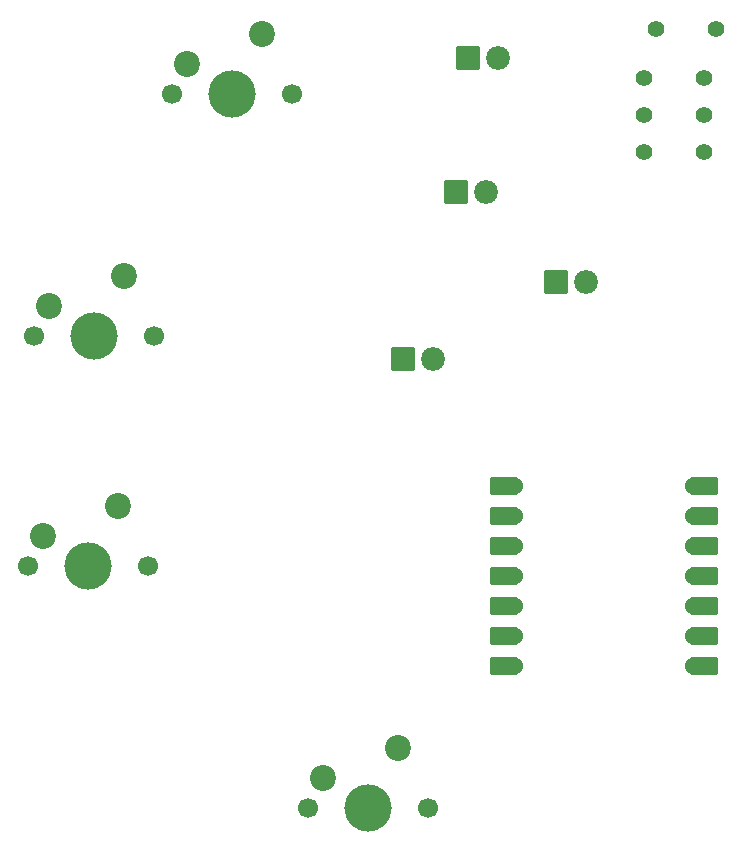
<source format=gbr>
%TF.GenerationSoftware,KiCad,Pcbnew,9.0.2*%
%TF.CreationDate,2025-07-04T20:25:53-04:00*%
%TF.ProjectId,Hack club,4861636b-2063-46c7-9562-2e6b69636164,rev?*%
%TF.SameCoordinates,Original*%
%TF.FileFunction,Soldermask,Top*%
%TF.FilePolarity,Negative*%
%FSLAX46Y46*%
G04 Gerber Fmt 4.6, Leading zero omitted, Abs format (unit mm)*
G04 Created by KiCad (PCBNEW 9.0.2) date 2025-07-04 20:25:53*
%MOMM*%
%LPD*%
G01*
G04 APERTURE LIST*
G04 Aperture macros list*
%AMRoundRect*
0 Rectangle with rounded corners*
0 $1 Rounding radius*
0 $2 $3 $4 $5 $6 $7 $8 $9 X,Y pos of 4 corners*
0 Add a 4 corners polygon primitive as box body*
4,1,4,$2,$3,$4,$5,$6,$7,$8,$9,$2,$3,0*
0 Add four circle primitives for the rounded corners*
1,1,$1+$1,$2,$3*
1,1,$1+$1,$4,$5*
1,1,$1+$1,$6,$7*
1,1,$1+$1,$8,$9*
0 Add four rect primitives between the rounded corners*
20,1,$1+$1,$2,$3,$4,$5,0*
20,1,$1+$1,$4,$5,$6,$7,0*
20,1,$1+$1,$6,$7,$8,$9,0*
20,1,$1+$1,$8,$9,$2,$3,0*%
G04 Aperture macros list end*
%ADD10C,1.700000*%
%ADD11C,4.000000*%
%ADD12C,2.200000*%
%ADD13C,2.019000*%
%ADD14RoundRect,0.102000X-0.907500X-0.907500X0.907500X-0.907500X0.907500X0.907500X-0.907500X0.907500X0*%
%ADD15RoundRect,0.152400X1.063600X0.609600X-1.063600X0.609600X-1.063600X-0.609600X1.063600X-0.609600X0*%
%ADD16C,1.524000*%
%ADD17RoundRect,0.152400X-1.063600X-0.609600X1.063600X-0.609600X1.063600X0.609600X-1.063600X0.609600X0*%
%ADD18C,1.400000*%
G04 APERTURE END LIST*
D10*
%TO.C,SW3*%
X84059000Y-98640500D03*
D11*
X89139000Y-98640500D03*
D10*
X94219000Y-98640500D03*
D12*
X91679000Y-93560500D03*
X85329000Y-96100500D03*
%TD*%
D13*
%TO.C,D3*%
X122844000Y-66942735D03*
D14*
X120304000Y-66942735D03*
%TD*%
D10*
%TO.C,SW4*%
X107749000Y-119100500D03*
D11*
X112829000Y-119100500D03*
D10*
X117909000Y-119100500D03*
D12*
X115369000Y-114020500D03*
X109019000Y-116560500D03*
%TD*%
D13*
%TO.C,D4*%
X131329000Y-74600500D03*
D14*
X128789000Y-74600500D03*
%TD*%
D15*
%TO.C,U1*%
X124400000Y-91850000D03*
D16*
X125235000Y-91850000D03*
D15*
X124400000Y-94390000D03*
D16*
X125235000Y-94390000D03*
D15*
X124400000Y-96930000D03*
D16*
X125235000Y-96930000D03*
D15*
X124400000Y-99470000D03*
D16*
X125235000Y-99470000D03*
D15*
X124400000Y-102010000D03*
D16*
X125235000Y-102010000D03*
D15*
X124400000Y-104550000D03*
D16*
X125235000Y-104550000D03*
D15*
X124400000Y-107090000D03*
D16*
X125235000Y-107090000D03*
X140475000Y-107090000D03*
D17*
X141310000Y-107090000D03*
D16*
X140475000Y-104550000D03*
D17*
X141310000Y-104550000D03*
D16*
X140475000Y-102010000D03*
D17*
X141310000Y-102010000D03*
D16*
X140475000Y-99470000D03*
D17*
X141310000Y-99470000D03*
D16*
X140475000Y-96930000D03*
D17*
X141310000Y-96930000D03*
D16*
X140475000Y-94390000D03*
D17*
X141310000Y-94390000D03*
D16*
X140475000Y-91850000D03*
D17*
X141310000Y-91850000D03*
%TD*%
D10*
%TO.C,SW2*%
X84559000Y-79140500D03*
D11*
X89639000Y-79140500D03*
D10*
X94719000Y-79140500D03*
D12*
X92179000Y-74060500D03*
X85829000Y-76600500D03*
%TD*%
D18*
%TO.C,R2*%
X136249000Y-57250500D03*
X141329000Y-57250500D03*
%TD*%
D13*
%TO.C,D5*%
X118369000Y-81100500D03*
D14*
X115829000Y-81100500D03*
%TD*%
D13*
%TO.C,D1*%
X123869000Y-55600500D03*
D14*
X121329000Y-55600500D03*
%TD*%
D10*
%TO.C,SW1*%
X96249000Y-58600500D03*
D11*
X101329000Y-58600500D03*
D10*
X106409000Y-58600500D03*
D12*
X103869000Y-53520500D03*
X97519000Y-56060500D03*
%TD*%
D18*
%TO.C,R3*%
X136249000Y-60400500D03*
X141329000Y-60400500D03*
%TD*%
%TO.C,R4*%
X136249000Y-63550500D03*
X141329000Y-63550500D03*
%TD*%
%TO.C,R1*%
X137249000Y-53100500D03*
X142329000Y-53100500D03*
%TD*%
M02*

</source>
